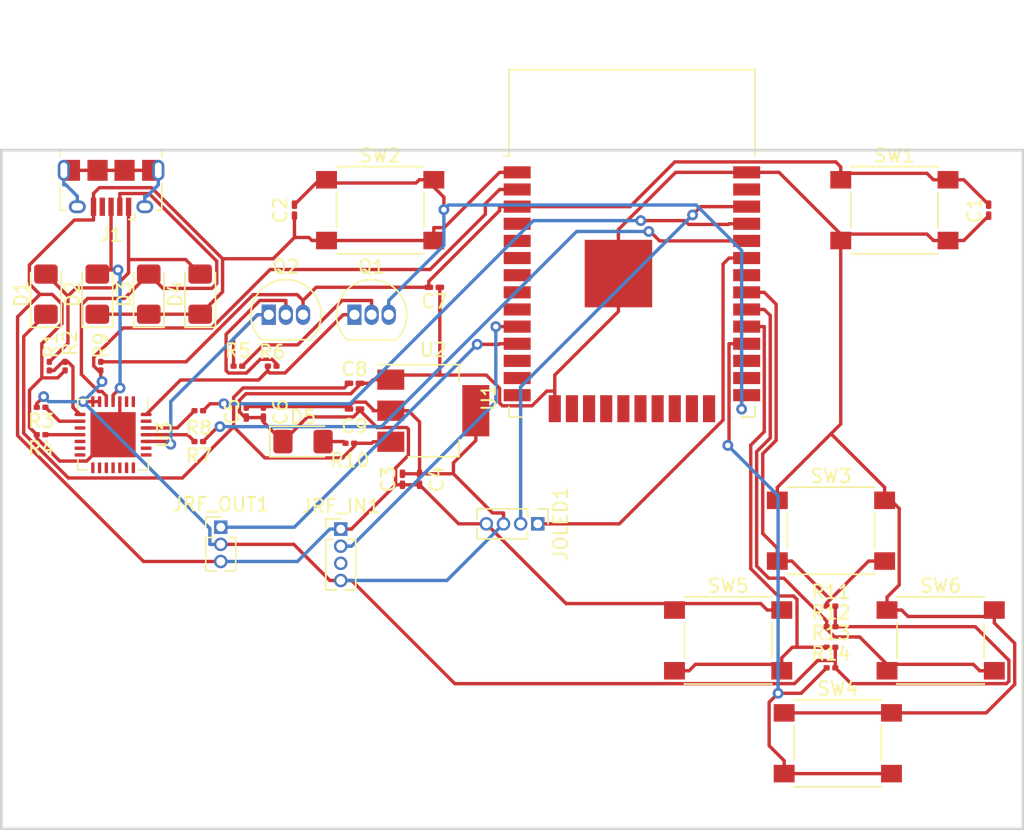
<source format=kicad_pcb>
(kicad_pcb (version 20211014) (generator pcbnew)
  (layers (0 "F.Cu" signal) (31 "B.Cu" signal) (34 "B.Paste" user) (35 "F.Paste" user) (36 "B.SilkS" user "B.Silkscreen") (37 "F.SilkS" user "F.Silkscreen") (38 "B.Mask" user) (39 "F.Mask" user) (44 "Edge.Cuts" user))
  (net 0 "")
  (net 1 "GND")
  (net 2 "EN")
  (net 9 "SCL")
  (net 10 "SDA")
  (net 21 "RF_In")
  (net 23 "RF_Out")
  (net 24 "Net-(Q1-Pad2)")
  (net 26 "Net-(Q2-Pad2)")
  (net 27 "B4")
  (net 29 "RX")
  (net 30 "TX")
  (net 31 "IO0")
  (net 32 "3V3")
  (net 33 "EXT_5V")
  (net 34 "VBUS")
  (net 35 "USB_DP")
  (net 36 "USB_DN")
  (net 37 "Net-(D5-Pad2)")
  (net 39 "unconnected-(J1-Pad6)")
  (net 40 "DTR")
  (net 41 "B3")
  (net 42 "RTS")
  (net 43 "B2")
  (net 44 "VbOut")
  (net 45 "Rst")
  (net 46 "Sus")
  (net 47 "RXD")
  (net 48 "TXD")
  (net 69 "B1")
  (footprint "Capacitor_SMD:C_0201_0603Metric_Pad0.64x0.40mm_HandSolder" (layer "F.Cu") (at 152.4 88.265 90)
    (fp_text reference "C1")
    (fp_text value "0.1uF" hide)
  )
  (footprint "Resistor_SMD:R_0201_0603Metric" (layer "F.Cu") (at 140.716 119.126)
    (fp_text reference "R12")
    (fp_text value "10K")
  )
  (footprint "Connector_PinHeader_1.27mm:PinHeader_1x03_P1.27mm_Vertical" (layer "F.Cu") (at 95.504 111.755)
    (fp_text reference "JRF_OUT1")
    (fp_text value "Transmitter")
  )
  (footprint "Capacitor_SMD:C_0201_0603Metric_Pad0.64x0.40mm_HandSolder" (layer "F.Cu") (at 108.966 108.204 90)
    (fp_text reference "C3")
    (fp_text value "4.7uF" hide)
  )
  (footprint "Diode_SMD:D_1206_3216Metric_Pad1.42x1.75mm_HandSolder" (layer "F.Cu") (at 90.17 94.488 90)
    (fp_text reference "D3")
    (fp_text value "LED" hide)
  )
  (footprint "Package_TO_SOT_THT:TO-92_Inline" (layer "F.Cu") (at 99.06 96.012)
    (fp_text reference "Q2")
    (fp_text value "S8050" hide)
  )
  (footprint "Resistor_SMD:R_0201_0603Metric" (layer "F.Cu") (at 96.774 99.822)
    (fp_text reference "R5")
    (fp_text value "10K" hide)
  )
  (footprint "Button_Switch_SMD:SW_Push_1P1T_NO_6x6mm_H9.5mm" (layer "F.Cu") (at 148.844 120.142)
    (fp_text reference "SW6")
    (fp_text value "SW_Right")
  )
  (footprint "Capacitor_SMD:C_0201_0603Metric_Pad0.64x0.40mm_HandSolder" (layer "F.Cu") (at 105.41 101.092)
    (fp_text reference "C8")
    (fp_text value "22uF" hide)
  )
  (footprint "Resistor_SMD:R_0201_0603Metric" (layer "F.Cu") (at 93.876 105.41 180)
    (fp_text reference "R7")
    (fp_text value "0" hide)
  )
  (footprint "Connector_PinHeader_1.27mm:PinHeader_1x04_P1.27mm_Vertical" (layer "F.Cu") (at 118.994 111.506 -90)
    (fp_text reference "JOLED1")
    (fp_text value "OLED")
  )
  (footprint "Button_Switch_SMD:SW_Push_1P1T_NO_6x6mm_H9.5mm" (layer "F.Cu") (at 133.096 120.142)
    (fp_text reference "SW5")
    (fp_text value "SW_Left")
  )
  (footprint "Diode_SMD:D_1206_3216Metric_Pad1.42x1.75mm_HandSolder" (layer "F.Cu") (at 93.98 94.488 90)
    (fp_text reference "D4")
    (fp_text value "LED" hide)
  )
  (footprint "Connector_PinHeader_1.27mm:PinHeader_1x04_P1.27mm_Vertical" (layer "F.Cu") (at 104.394 111.892)
    (fp_text reference "JRF_IN1")
    (fp_text value "Reciever")
  )
  (footprint "Capacitor_SMD:C_0201_0603Metric_Pad0.64x0.40mm_HandSolder" (layer "F.Cu") (at 98.6656 103.2245 90)
    (fp_text reference "C6")
    (fp_text value "0.1uF" hide)
  )
  (footprint "Connector_USB:USB_Micro-B_Amphenol_10118194_Horizontal" (layer "F.Cu") (at 87.376 86.614 180)
    (fp_text reference "J1")
    (fp_text value "USB_B_Micro")
  )
  (footprint "Resistor_SMD:R_0201_0603Metric" (layer "F.Cu") (at 105.065 105.537)
    (fp_text reference "R10")
    (fp_text value "2K" hide)
  )
  (footprint "Capacitor_SMD:C_0201_0603Metric_Pad0.64x0.40mm_HandSolder" (layer "F.Cu") (at 97.3956 103.2245 90)
    (fp_text reference "C5")
    (fp_text value "22uF" hide)
  )
  (footprint "Resistor_SMD:R_0201_0603Metric" (layer "F.Cu") (at 99.314 99.822)
    (fp_text reference "R6")
    (fp_text value "10K" hide)
  )
  (footprint "Button_Switch_SMD:SW_Push_1P1T_NO_6x6mm_H9.5mm" (layer "F.Cu") (at 145.415 88.265)
    (fp_text reference "SW1")
    (fp_text value "SW Boot Option" hide)
  )
  (footprint "Resistor_SMD:R_0201_0603Metric" (layer "F.Cu") (at 82.192 102.87)
    (fp_text reference "R3")
    (fp_text value "2K" hide)
  )
  (footprint "Resistor_SMD:R_0201_0603Metric" (layer "F.Cu") (at 86.614 99.822 -90)
    (fp_text reference "R9")
    (fp_text value "10K" hide)
  )
  (footprint "Resistor_SMD:R_0201_0603Metric" (layer "F.Cu") (at 140.716 122.174)
    (fp_text reference "R14")
    (fp_text value "10K")
  )
  (footprint "Resistor_SMD:R_0201_0603Metric" (layer "F.Cu") (at 93.876 103.124 180)
    (fp_text reference "R8")
    (fp_text value "0" hide)
  )
  (footprint "Capacitor_SMD:C_0201_0603Metric_Pad0.64x0.40mm_HandSolder" (layer "F.Cu") (at 105.41 102.997)
    (fp_text reference "C9")
    (fp_text value "22uF" hide)
  )
  (footprint "Resistor_SMD:R_0201_0603Metric" (layer "F.Cu") (at 82.804 99.822 -90)
    (fp_text reference "R1")
    (fp_text value "22.1K" hide)
  )
  (footprint "Package_TO_SOT_THT:TO-92_Inline" (layer "F.Cu") (at 105.41 96.012)
    (fp_text reference "Q1")
    (fp_text value "S8050" hide)
  )
  (footprint "Diode_SMD:D_1206_3216Metric_Pad1.42x1.75mm_HandSolder" (layer "F.Cu") (at 86.36 94.488 90)
    (fp_text reference "D2")
    (fp_text value "LED" hide)
  )
  (footprint "Button_Switch_SMD:SW_Push_1P1T_NO_6x6mm_H9.5mm" (layer "F.Cu") (at 141.224 127.762)
    (fp_text reference "SW4")
    (fp_text value "SW_Down")
  )
  (footprint "Diode_SMD:D_1206_3216Metric_Pad1.42x1.75mm_HandSolder" (layer "F.Cu") (at 101.6 105.41)
    (fp_text reference "D5")
    (fp_text value "LED" hide)
  )
  (footprint "RF_Module:ESP32-WROOM-32" (layer "F.Cu") (at 125.968 93.719)
    (fp_text reference "U1")
    (fp_text value "ESP32-WROOM-32")
  )
  (footprint "Resistor_SMD:R_0201_0603Metric" (layer "F.Cu") (at 83.97 99.822 -90)
    (fp_text reference "R2")
    (fp_text value "47.5K" hide)
  )
  (footprint "Resistor_SMD:R_0201_0603Metric" (layer "F.Cu") (at 140.716 117.602)
    (fp_text reference "R11")
    (fp_text value "10K")
  )
  (footprint "Button_Switch_SMD:SW_Push_1P1T_NO_6x6mm_H9.5mm" (layer "F.Cu") (at 107.315 88.265)
    (fp_text reference "SW2")
    (fp_text value "SW Boot Option" hide)
  )
  (footprint "Button_Switch_SMD:SW_Push_1P1T_NO_6x6mm_H9.5mm" (layer "F.Cu") (at 140.716 112.014)
    (fp_text reference "SW3")
    (fp_text value "SW_Up")
  )
  (footprint "Diode_SMD:D_1206_3216Metric_Pad1.42x1.75mm_HandSolder" (layer "F.Cu") (at 82.55 94.488 90)
    (fp_text reference "D1")
    (fp_text value "LED" hide)
  )
  (footprint "Capacitor_SMD:C_0201_0603Metric_Pad0.64x0.40mm_HandSolder" (layer "F.Cu") (at 111.3275 93.98 180)
    (fp_text reference "C7")
    (fp_text value "0.1uF" hide)
  )
  (footprint "Package_DFN_QFN:QFN-28-1EP_5x5mm_P0.5mm_EP3.35x3.35mm" (layer "F.Cu") (at 87.526 104.902 -90)
    (fp_text reference "U3")
    (fp_text value "CP2102N-Axx-xQFN28" hide)
  )
  (footprint "Capacitor_SMD:C_0201_0603Metric_Pad0.64x0.40mm_HandSolder" (layer "F.Cu") (at 110.236 108.204 90)
    (fp_text reference "C4")
    (fp_text value "0.1uF" hide)
  )
  (footprint "Resistor_SMD:R_0201_0603Metric" (layer "F.Cu") (at 82.192 104.902)
    (fp_text reference "R4")
    (fp_text value "10K" hide)
  )
  (footprint "Package_TO_SOT_SMD:SOT-223-3_TabPin2" (layer "F.Cu") (at 111.252 103.124)
    (fp_text reference "U2")
    (fp_text value "AMS1117-3.3" hide)
  )
  (footprint "Capacitor_SMD:C_0201_0603Metric_Pad0.64x0.40mm_HandSolder" (layer "F.Cu") (at 100.965 88.265 90)
    (fp_text reference "C2")
    (fp_text value "0.1uF" hide)
  )
  (footprint "Resistor_SMD:R_0201_0603Metric" (layer "F.Cu") (at 140.716 120.65)
    (fp_text reference "R13")
    (fp_text value "10K")
  )
  (gr_rect (start 79.248 83.82) (end 154.94 134.112) (layer "Edge.Cuts") (width 0.2) (fill none))
  (segment (start 107.0863 104.3686) (end 105.8175 103.0998) (width 0.25) (layer "F.Cu") (net 1))
  (segment (start 108.4602 108.6113) (end 108.4602 107.3692) (width 0.25) (layer "F.Cu") (net 1))
  (segment (start 88.026 104.402) (end 88.026 102.452) (width 0.25) (layer "F.Cu") (net 1))
  (segment (start 105.3316 103.5857) (end 101.9368 103.5857) (width 0.25) (layer "F.Cu") (net 1))
  (segment (start 121.0923 117.4143) (end 129.121 117.4143) (width 0.25) (layer "F.Cu") (net 1))
  (segment (start 98.6656 103.632) (end 98.6656 103.9631) (width 0.25) (layer "F.Cu") (net 1))
  (segment (start 109.4074 106.422) (end 109.4074 104.4969) (width 0.25) (layer "F.Cu") (net 1))
  (segment (start 136.8667 85.464) (end 134.468 85.464) (width 0.25) (layer "F.Cu") (net 1))
  (segment (start 111.735 100.4827) (end 111.735 93.98) (width 0.25) (layer "F.Cu") (net 1))
  (segment (start 152.819 117.892) (end 152.819 118.3696) (width 0.25) (layer "F.Cu") (net 1))
  (segment (start 105.8175 101.189) (end 105.8175 101.092) (width 0.25) (layer "F.Cu") (net 1))
  (segment (start 108.966 108.6115) (end 108.4604 108.6115) (width 0.25) (layer "F.Cu") (net 1))
  (segment (start 97.3177 103.632) (end 96.8885 103.2028) (width 0.25) (layer "F.Cu") (net 1))
  (segment (start 90.3754 86.6008) (end 86.5089 86.6008) (width 0.25) (layer "F.Cu") (net 1))
  (segment (start 96.8885 102.3536) (end 97.3748 101.8673) (width 0.25) (layer "F.Cu") (net 1))
  (segment (start 144.691 109.2863) (end 144.691 108.8087) (width 0.25) (layer "F.Cu") (net 1))
  (segment (start 149.39 90.515) (end 148.3097 90.515) (width 0.25) (layer "F.Cu") (net 1))
  (segment (start 107.4494 100.824) (end 106.7967 100.824) (width 0.25) (layer "F.Cu") (net 1))
  (segment (start 107.7845 100.824) (end 108.1258 100.4827) (width 0.25) (layer "F.Cu") (net 1))
  (segment (start 93.98 95.9755) (end 90.17 95.9755) (width 0.25) (layer "F.Cu") (net 1))
  (segment (start 81.3263 92.3233) (end 81.3263 93.7231) (width 0.25) (layer "F.Cu") (net 1))
  (segment (start 103.8802 90.515) (end 103.34 90.515) (width 0.25) (layer "F.Cu") (net 1))
  (segment (start 97.3956 103.632) (end 97.3177 103.632) (width 0.25) (layer "F.Cu") (net 1))
  (segment (start 134.468 85.464) (end 129.2049 85.464) (width 0.25) (layer "F.Cu") (net 1))
  (segment (start 80.4495 104.9631) (end 89.7814 114.295) (width 0.25) (layer "F.Cu") (net 1))
  (segment (start 124.968 92.964) (end 124.968 95.7693) (width 0.25) (layer "F.Cu") (net 1))
  (segment (start 144.691 108.8087) (end 140.716 104.8337) (width 0.25) (layer "F.Cu") (net 1))
  (segment (start 105.8175 103.0998) (end 105.3316 103.5857) (width 0.25) (layer "F.Cu") (net 1))
  (segment (start 95.6396 91.865) (end 99.3896 91.865) (width 0.25) (layer "F.Cu") (net 1))
  (segment (start 82.1104 94.5072) (end 83.0247 94.5072) (width 0.25) (layer "F.Cu") (net 1))
  (segment (start 141.44 90.515) (end 141.44 104.1097) (width 0.25) (layer "F.Cu") (net 1))
  (segment (start 86.076 88.014) (end 86.076 87.0337) (width 0.25) (layer "F.Cu") (net 1))
  (segment (start 90.17 95.9755) (end 86.36 95.9755) (width 0.25) (layer "F.Cu") (net 1))
  (segment (start 82.2476 98.1619) (end 82.2476 100.6927) (width 0.25) (layer "F.Cu") (net 1))
  (segment (start 152.4 88.6725) (end 150.5575 90.515) (width 0.25) (layer "F.Cu") (net 1))
  (segment (start 145.7714 116.0343) (end 144.869 116.9367) (width 0.25) (layer "F.Cu") (net 1))
  (segment (start 104.394 111.892) (end 105.1993 111.892) (width 0.25) (layer "F.Cu") (net 1))
  (segment (start 83.4193 100.6927) (end 83.97 100.142) (width 0.25) (layer "F.Cu") (net 1))
  (segment (start 124.968 95.7693) (end 120.253 100.4843) (width 0.25) (layer "F.Cu") (net 1))
  (segment (start 108.102 100.824) (end 107.7845 100.824) (width 0.25) (layer "F.Cu") (net 1))
  (segment (start 111.29 89.5597) (end 112.067 89.5597) (width 0.25) (layer "F.Cu") (net 1))
  (segment (start 119.6609 101.6687) (end 120.253 101.6687) (width 0.25) (layer "F.Cu") (net 1))
  (segment (start 107.4494 100.824) (end 107.467 100.824) (width 0.25) (layer "F.Cu") (net 1))
  (segment (start 145.199 125.512) (end 137.249 125.512) (width 0.25) (layer "F.Cu") (net 1))
  (segment (start 120.253 100.4843) (end 120.253 101.6687) (width 0.25) (layer "F.Cu") (net 1))
  (segment (start 129.121 117.4143) (end 135.513 117.4143) (width 0.25) (layer "F.Cu") (net 1))
  (segment (start 115.184 111.506) (end 121.0923 117.4143) (width 0.25) (layer "F.Cu") (net 1))
  (segment (start 102.0343 90.2896) (end 102.2597 90.515) (width 0.25) (layer "F.Cu") (net 1))
  (segment (start 96.8885 103.2028) (end 96.8885 102.3536) (width 0.25) (layer "F.Cu") (net 1))
  (segment (start 108.4604 108.6115) (end 105.1993 111.8726) (width 0.25) (layer "F.Cu") (net 1))
  (segment (start 111.29 90.515) (end 104.4203 90.515) (width 0.25) (layer "F.Cu") (net 1))
  (segment (start 105.1392 101.8673) (end 105.8175 101.189) (width 0.25) (layer "F.Cu") (net 1))
  (segment (start 150.5575 90.515) (end 149.39 90.515) (width 0.25) (layer "F.Cu") (net 1))
  (segment (start 129.2049 85.464) (end 124.968 89.7009) (width 0.25) (layer "F.Cu") (net 1))
  (segment (start 115.1736 100.4827) (end 116.1627 101.4718) (width 0.25) (layer "F.Cu") (net 1))
  (segment (start 97.3748 101.8673) (end 105.1392 101.8673) (width 0.25) (layer "F.Cu") (net 1))
  (segment (start 109.2791 104.3686) (end 107.0863 104.3686) (width 0.25) (layer "F.Cu") (net 1))
  (segment (start 83.7381 95.2206) (end 83.7381 96.6714) (width 0.25) (layer "F.Cu") (net 1))
  (segment (start 103.8802 90.515) (end 104.4203 90.515) (width 0.25) (layer "F.Cu") (net 1))
  (segment (start 81.3363 104.3663) (end 81.3363 101.604) (width 0.25) (layer "F.Cu") (net 1))
  (segment (start 141.44 90.0373) (end 136.8667 85.464) (width 0.25) (layer "F.Cu") (net 1))
  (segment (start 81.3263 93.7231) (end 82.1104 94.5072) (width 0.25) (layer "F.Cu") (net 1))
  (segment (start 140.716 104.8337) (end 136.741 108.8087) (width 0.25) (layer "F.Cu") (net 1))
  (segment (start 124.968 89.7009) (end 124.968 90.1587) (width 0.25) (layer "F.Cu") (net 1))
  (segment (start 97.3956 103.632) (end 98.6656 103.632) (width 0.25) (layer "F.Cu") (net 1))
  (segment (start 136.741 109.764) (end 136.741 108.8087) (width 0.25) (layer "F.Cu") (net 1))
  (segment (start 107.7845 100.824) (end 107.467 100.824) (width 0.25) (layer "F.Cu") (net 1))
  (segment (start 82.1104 94.5072) (end 80.4495 96.1681) (width 0.25) (layer "F.Cu") (net 1))
  (segment (start 89.7814 114.295) (end 95.504 114.295) (width 0.25) (layer "F.Cu") (net 1))
  (segment (start 108.4602 107.3692) (end 109.4074 106.422) (width 0.25) (layer "F.Cu") (net 1))
  (segment (start 152.819 118.8473) (end 154.3297 120.358) (width 0.25) (layer "F.Cu") (net 1))
  (segment (start 135.513 117.4143) (end 135.9907 117.892) (width 0.25) (layer "F.Cu") (net 1))
  (segment (start 86.076 88.014) (end 86.076 88.9943) (width 0.25) (layer "F.Cu") (net 1))
  (segment (start 83.7381 96.6714) (end 82.2476 98.1619) (width 0.25) (layer "F.Cu") (net 1))
  (segment (start 86.5089 86.6008) (end 86.076 87.0337) (width 0.25) (layer "F.Cu") (net 1))
  (segment (start 81.872 104.902) (end 81.3363 104.3663) (width 0.25) (layer "F.Cu") (net 1))
  (segment (start 106.5287 101.092) (end 106.7967 100.824) (width 0.25) (layer "F.Cu") (net 1))
  (segment (start 120.253 102.974) (end 120.253 101.6687) (width 0.25) (layer "F.Cu") (net 1))
  (segment (start 137.071 117.892) (end 135.9907 117.892) (width 0.25) (layer "F.Cu") (net 1))
  (segment (start 141.44 104.1097) (end 140.716 104.8337) (width 0.25) (layer "F.Cu") (net 1))
  (segment (start 87.526 104.902) (end 88.026 104.402) (width 0.25) (layer "F.Cu") (net 1))
  (segment (start 95.6396 91.865) (end 90.3754 86.6008) (width 0.25) (layer "F.Cu") (net 1))
  (segment (start 117.468 85.464) (end 116.1627 85.464) (width 0.25) (layer "F.Cu") (net 1))
  (segment (start 93.98 95.9755) (end 95.6396 94.3159) (width 0.25) (layer "F.Cu") (net 1))
  (segment (start 145.7714 110.3667) (end 145.7714 116.0343) (width 0.25) (layer "F.Cu") (net 1))
  (segment (start 83.0247 94.5072) (end 83.7381 95.2206) (width 0.25) (layer "F.Cu") (net 1))
  (segment (start 105.8175 103.0998) (end 105.8175 102.997) (width 0.25) (layer "F.Cu") (net 1))
  (segment (start 111.29 90.515) (end 111.29 89.5597) (width 0.25) (layer "F.Cu") (net 1))
  (segment (start 81.3363 101.604) (end 82.2476 100.6927) (width 0.25) (layer "F.Cu") (net 1))
  (segment (start 116.3745 102.7622) (end 118.5674 102.7622) (width 0.25) (layer "F.Cu") (net 1))
  (segment (start 85.5725 106.8555) (end 87.526 104.902) (width 0.25) (layer "F.Cu") (net 1))
  (segment (start 146.4269 118.3696) (end 145.9493 117.892) (width 0.25) (layer "F.Cu") (net 1))
  (segment (start 108.966 108.6115) (end 110.236 108.6115) (width 0.25) (layer "F.Cu") (net 1))
  (segment (start 86.076 88.9943) (end 84.6553 88.9943) (width 0.25) (layer "F.Cu") (net 1))
  (segment (start 95.6396 94.3159) (end 95.6396 91.865) (width 0.25) (layer "F.Cu") (net 1))
  (segment (start 108.1258 100.4827) (end 111.735 100.4827) (width 0.25) (layer "F.Cu") (net 1))
  (segment (start 100.965 88.6725) (end 100.965 90.2896) (width 0.25) (layer "F.Cu") (net 1))
  (segment (start 112.067 89.5597) (end 116.1627 85.464) (width 0.25) (layer "F.Cu") (net 1))
  (segment (start 154.3297 123.4001) (end 152.2178 125.512) (width 0.25) (layer "F.Cu") (net 1))
  (segment (start 116.1627 102.5504) (end 116.3745 102.7622) (width 0.25) (layer "F.Cu") (net 1))
  (segment (start 101.9368 103.5857) (end 100.1125 105.41) (width 0.25) (layer "F.Cu") (net 1))
  (segment (start 98.6656 103.9631) (end 100.1125 105.41) (width 0.25) (layer "F.Cu") (net 1))
  (segment (start 84.6553 88.9943) (end 81.3263 92.3233) (width 0.25) (layer "F.Cu") (net 1))
  (segment (start 81.872 104.902) (end 81.872 105.1501) (width 0.25) (layer "F.Cu") (net 1))
  (segment (start 111.735 100.4827) (end 115.1736 100.4827) (width 0.25) (layer "F.Cu") (net 1))
  (segment (start 100.965 90.2896) (end 102.0343 90.2896) (width 0.25) (layer "F.Cu") (net 1))
  (segment (start 109.4074 104.4969) (end 109.2791 104.3686) (width 0.25) (layer "F.Cu") (net 1))
  (segment (start 144.869 117.892) (end 144.869 116.9367) (width 0.25) (layer "F.Cu") (net 1))
  (segment (start 83.5774 106.8555) (end 85.5725 106.8555) (width 0.25) (layer "F.Cu") (net 1))
  (segment (start 154.3297 120.358) (end 154.3297 123.4001) (width 0.25) (layer "F.Cu") (net 1))
  (segment (start 105.1993 111.8726) (end 105.1993 111.892) (width 0.25) (layer "F.Cu") (net 1))
  (segment (start 105.8175 101.092) (end 106.5287 101.092) (width 0.25) (layer "F.Cu") (net 1))
  (segment (start 116.1627 101.4718) (end 116.1627 102.5504) (width 0.25) (layer "F.Cu") (net 1))
  (segment (start 144.691 109.2863) (end 145.7714 110.3667) (width 0.25) (layer "F.Cu") (net 1))
  (segment (start 110.236 108.6115) (end 113.1305 111.506) (width 0.25) (layer "F.Cu") (net 1))
  (segment (start 152.819 118.3696) (end 146.4269 118.3696) (width 0.25) (layer "F.Cu") (net 1))
  (segment (start 103.34 90.515) (end 102.2597 90.515) (width 0.25) (layer "F.Cu") (net 1))
  (segment (start 82.2476 100.6927) (end 83.4193 100.6927) (width 0.25) (layer "F.Cu") (net 1))
  (segment (start 99.3896 91.865) (end 100.965 90.2896) (width 0.25) (layer "F.Cu") (net 1))
  (segment (start 108.4604 108.6115) (end 108.4602 108.6113) (width 0.25) (layer "F.Cu") (net 1))
  (segment (start 129.121 117.892) (end 129.121 117.4143) (width 0.25) (layer "F.Cu") (net 1))
  (segment (start 144.691 109.764) (end 144.691 109.2863) (width 0.25) (layer "F.Cu") (net 1))
  (segment (start 144.869 117.892) (end 145.9493 117.892) (width 0.25) (layer "F.Cu") (net 1))
  (segment (start 113.1305 111.506) (end 115.184 111.506) (width 0.25) (layer "F.Cu") (net 1))
  (segment (start 81.872 105.1501) (end 83.5774 106.8555) (width 0.25) (layer "F.Cu") (net 1))
  (segment (start 141.44 90.515) (end 141.44 90.0373) (width 0.25) (layer "F.Cu") (net 1))
  (segment (start 80.4495 96.1681) (end 80.4495 104.9631) (width 0.25) (layer "F.Cu") (net 1))
  (segment (start 147.832 90.0373) (end 148.3097 90.515) (width 0.25) (layer "F.Cu") (net 1))
  (segment (start 141.44 90.0373) (end 147.832 90.0373) (width 0.25) (layer "F.Cu") (net 1))
  (segment (start 118.5674 102.7622) (end 119.6609 101.6687) (width 0.25) (layer "F.Cu") (net 1))
  (segment (start 152.819 118.3696) (end 152.819 118.8473) (width 0.25) (layer "F.Cu") (net 1))
  (segment (start 124.968 92.964) (end 124.968 90.1587) (width 0.25) (layer "F.Cu") (net 1))
  (segment (start 152.2178 125.512) (end 145.199 125.512) (width 0.25) (layer "F.Cu") (net 1))
  (segment (start 101.1857 114.295) (end 95.504 114.295) (width 0.25) (layer "B.Cu") (net 1))
  (segment (start 104.394 111.892) (end 103.5887 111.892) (width 0.25) (layer "B.Cu") (net 1))
  (segment (start 103.5887 111.892) (end 101.1857 114.295) (width 0.25) (layer "B.Cu") (net 1))
  (segment (start 141.44 85.5373) (end 141.44 85.0597) (width 0.25) (layer "F.Cu") (net 2))
  (segment (start 117.468 88.004) (end 116.1627 88.004) (width 0.25) (layer "F.Cu") (net 2))
  (segment (start 150.5575 86.015) (end 152.4 87.8575) (width 0.25) (layer "F.Cu") (net 2))
  (segment (start 110.92 93.98) (end 110.92 93.5373) (width 0.25) (layer "F.Cu") (net 2))
  (segment (start 116.1627 88.2946) (end 116.1627 88.004) (width 0.25) (layer "F.Cu") (net 2))
  (segment (start 86.614 99.502) (end 92.9363 99.502) (width 0.25) (layer "F.Cu") (net 2))
  (segment (start 102.5767 93.98) (end 101.6 94.9567) (width 0.25) (layer "F.Cu") (net 2))
  (segment (start 149.39 86.015) (end 148.3097 86.015) (width 0.25) (layer "F.Cu") (net 2))
  (segment (start 117.468 88.004) (end 125.8332 88.004) (width 0.25) (layer "F.Cu") (net 2))
  (segment (start 147.832 85.5373) (end 148.3097 86.015) (width 0.25) (layer "F.Cu") (net 2))
  (segment (start 141.44 86.015) (end 141.44 85.5373) (width 0.25) (layer "F.Cu") (net 2))
  (segment (start 149.39 86.015) (end 150.5575 86.015) (width 0.25) (layer "F.Cu") (net 2))
  (segment (start 101.1696 94.5263) (end 101.6 94.9567) (width 0.25) (layer "F.Cu") (net 2))
  (segment (start 129.1471 84.6901) (end 141.0704 84.6901) (width 0.25) (layer "F.Cu") (net 2))
  (segment (start 101.6 96.012) (end 101.6 94.9567) (width 0.25) (layer "F.Cu") (net 2))
  (segment (start 110.92 93.98) (end 102.5767 93.98) (width 0.25) (layer "F.Cu") (net 2))
  (segment (start 97.912 94.5263) (end 101.1696 94.5263) (width 0.25) (layer "F.Cu") (net 2))
  (segment (start 141.0704 84.6901) (end 141.44 85.0597) (width 0.25) (layer "F.Cu") (net 2))
  (segment (start 110.92 93.5373) (end 116.1627 88.2946) (width 0.25) (layer "F.Cu") (net 2))
  (segment (start 125.8332 88.004) (end 129.1471 84.6901) (width 0.25) (layer "F.Cu") (net 2))
  (segment (start 92.9363 99.502) (end 97.912 94.5263) (width 0.25) (layer "F.Cu") (net 2))
  (segment (start 141.44 85.5373) (end 147.832 85.5373) (width 0.25) (layer "F.Cu") (net 2))
  (segment (start 134.468 88.004) (end 131.0761 88.004) (width 0.25) (layer "F.Cu") (net 9))
  (segment (start 131.0761 88.004) (end 130.4627 88.6174) (width 0.25) (layer "F.Cu") (net 9))
  (via (at 130.4627 88.6174) (size 0.8) (drill 0.4) (layers "F.Cu" "B.Cu") (net 9))
  (segment (start 130.4627 88.6174) (end 117.724 101.3561) (width 0.25) (layer "B.Cu") (net 9))
  (segment (start 117.724 101.3561) (end 117.724 111.506) (width 0.25) (layer "B.Cu") (net 9))
  (segment (start 132.7204 92.2563) (end 132.7204 103.8185) (width 0.25) (layer "F.Cu") (net 10))
  (segment (start 134.468 91.814) (end 133.1627 91.814) (width 0.25) (layer "F.Cu") (net 10))
  (segment (start 125.0329 111.506) (end 118.994 111.506) (width 0.25) (layer "F.Cu") (net 10))
  (segment (start 133.1627 91.814) (end 132.7204 92.2563) (width 0.25) (layer "F.Cu") (net 10))
  (segment (start 132.7204 103.8185) (end 125.0329 111.506) (width 0.25) (layer "F.Cu") (net 10))
  (segment (start 116.1627 96.894) (end 115.8846 96.894) (width 0.25) (layer "F.Cu") (net 21))
  (segment (start 117.468 96.894) (end 116.1627 96.894) (width 0.25) (layer "F.Cu") (net 21))
  (via (at 115.8846 96.894) (size 0.8) (drill 0.4) (layers "F.Cu" "B.Cu") (net 21))
  (segment (start 105.1993 113.162) (end 115.8846 102.4767) (width 0.25) (layer "B.Cu") (net 21))
  (segment (start 104.394 113.162) (end 105.1993 113.162) (width 0.25) (layer "B.Cu") (net 21))
  (segment (start 115.8846 102.4767) (end 115.8846 96.894) (width 0.25) (layer "B.Cu") (net 21))
  (segment (start 116.1627 98.164) (end 116.1181 98.2086) (width 0.25) (layer "F.Cu") (net 23))
  (segment (start 117.468 98.164) (end 116.1627 98.164) (width 0.25) (layer "F.Cu") (net 23))
  (segment (start 116.1181 98.2086) (end 114.5058 98.2086) (width 0.25) (layer "F.Cu") (net 23))
  (via (at 114.5058 98.2086) (size 0.8) (drill 0.4) (layers "F.Cu" "B.Cu") (net 23))
  (segment (start 95.504 111.755) (end 96.3093 111.755) (width 0.25) (layer "B.Cu") (net 23))
  (segment (start 100.9594 111.755) (end 114.5058 98.2086) (width 0.25) (layer "B.Cu") (net 23))
  (segment (start 96.3093 111.755) (end 100.9594 111.755) (width 0.25) (layer "B.Cu") (net 23))
  (segment (start 106.68 96.012) (end 106.68 94.9567) (width 0.25) (layer "F.Cu") (net 24))
  (segment (start 98.6684 98.2476) (end 97.094 99.822) (width 0.25) (layer "F.Cu") (net 24))
  (segment (start 104.4922 94.9567) (end 101.2013 98.2476) (width 0.25) (layer "F.Cu") (net 24))
  (segment (start 106.68 94.9567) (end 104.4922 94.9567) (width 0.25) (layer "F.Cu") (net 24))
  (segment (start 101.2013 98.2476) (end 98.6684 98.2476) (width 0.25) (layer "F.Cu") (net 24))
  (segment (start 96.0866 100.3332) (end 95.8996 100.1462) (width 0.25) (layer "F.Cu") (net 26))
  (segment (start 99.634 99.6445) (end 99.3057 99.3162) (width 0.25) (layer "F.Cu") (net 26))
  (segment (start 97.4091 100.3332) (end 96.0866 100.3332) (width 0.25) (layer "F.Cu") (net 26))
  (segment (start 95.8996 100.1462) (end 95.8996 97.4618) (width 0.25) (layer "F.Cu") (net 26))
  (segment (start 100.33 96.012) (end 100.33 94.9567) (width 0.25) (layer "F.Cu") (net 26))
  (segment (start 98.4047 94.9567) (end 100.33 94.9567) (width 0.25) (layer "F.Cu") (net 26))
  (segment (start 99.634 99.822) (end 99.634 99.6445) (width 0.25) (layer "F.Cu") (net 26))
  (segment (start 99.3057 99.3162) (end 98.4261 99.3162) (width 0.25) (layer "F.Cu") (net 26))
  (segment (start 98.4261 99.3162) (end 97.4091 100.3332) (width 0.25) (layer "F.Cu") (net 26))
  (segment (start 95.8996 97.4618) (end 98.4047 94.9567) (width 0.25) (layer "F.Cu") (net 26))
  (segment (start 136.799 124.0596) (end 138.5104 124.0596) (width 0.25) (layer "F.Cu") (net 27))
  (segment (start 136.1352 127.9429) (end 136.1352 124.7234) (width 0.25) (layer "F.Cu") (net 27))
  (segment (start 133.1627 98.164) (end 133.1627 105.6064) (width 0.25) (layer "F.Cu") (net 27))
  (segment (start 136.1352 124.7234) (end 136.799 124.0596) (width 0.25) (layer "F.Cu") (net 27))
  (segment (start 137.249 130.012) (end 144.1187 130.012) (width 0.25) (layer "F.Cu") (net 27))
  (segment (start 138.5104 124.0596) (end 140.396 122.174) (width 0.25) (layer "F.Cu") (net 27))
  (segment (start 145.199 130.012) (end 144.1187 130.012) (width 0.25) (layer "F.Cu") (net 27))
  (segment (start 137.249 129.0567) (end 136.1352 127.9429) (width 0.25) (layer "F.Cu") (net 27))
  (segment (start 134.468 98.164) (end 133.1627 98.164) (width 0.25) (layer "F.Cu") (net 27))
  (segment (start 133.1627 105.6064) (end 133.0732 105.6959) (width 0.25) (layer "F.Cu") (net 27))
  (segment (start 137.249 130.012) (end 137.249 129.0567) (width 0.25) (layer "F.Cu") (net 27))
  (via (at 136.799 124.0596) (size 0.8) (drill 0.4) (layers "F.Cu" "B.Cu") (net 27))
  (via (at 133.0732 105.6959) (size 0.8) (drill 0.4) (layers "F.Cu" "B.Cu") (net 27))
  (segment (start 133.0732 105.6959) (end 136.799 109.4217) (width 0.25) (layer "B.Cu") (net 27))
  (segment (start 136.799 109.4217) (end 136.799 124.0596) (width 0.25) (layer "B.Cu") (net 27))
  (segment (start 134.468 90.544) (end 128.0227 90.544) (width 0.25) (layer "F.Cu") (net 29))
  (segment (start 94.196 105.41) (end 95.3002 104.3058) (width 0.25) (layer "F.Cu") (net 29))
  (segment (start 128.0227 90.544) (end 127.3242 89.8455) (width 0.25) (layer "F.Cu") (net 29))
  (segment (start 127.3242 89.8455) (end 127.2171 89.8455) (width 0.25) (layer "F.Cu") (net 29))
  (segment (start 95.3002 104.3058) (end 95.4402 104.3058) (width 0.25) (layer "F.Cu") (net 29))
  (via (at 95.4402 104.3058) (size 0.8) (drill 0.4) (layers "F.Cu" "B.Cu") (net 29))
  (via (at 127.2171 89.8455) (size 0.8) (drill 0.4) (layers "F.Cu" "B.Cu") (net 29))
  (segment (start 107.4086 104.3058) (end 121.8689 89.8455) (width 0.25) (layer "B.Cu") (net 29))
  (segment (start 95.4402 104.3058) (end 107.4086 104.3058) (width 0.25) (layer "B.Cu") (net 29))
  (segment (start 121.8689 89.8455) (end 127.2171 89.8455) (width 0.25) (layer "B.Cu") (net 29))
  (segment (start 129.8891 89.0412) (end 130.1706 89.3227) (width 0.25) (layer "F.Cu") (net 30))
  (segment (start 133.114 89.3227) (end 133.1627 89.274) (width 0.25) (layer "F.Cu") (net 30))
  (segment (start 95.7294 102.6108) (end 94.7092 102.6108) (width 0.25) (layer "F.Cu") (net 30))
  (segment (start 134.468 89.274) (end 133.1627 89.274) (width 0.25) (layer "F.Cu") (net 30))
  (segment (start 126.6251 89.0412) (end 129.8891 89.0412) (width 0.25) (layer "F.Cu") (net 30))
  (segment (start 94.7092 102.6108) (end 94.196 103.124) (width 0.25) (layer "F.Cu") (net 30))
  (segment (start 130.1706 89.3227) (end 133.114 89.3227) (width 0.25) (layer "F.Cu") (net 30))
  (via (at 126.6251 89.0412) (size 0.8) (drill 0.4) (layers "F.Cu" "B.Cu") (net 30))
  (via (at 95.7294 102.6108) (size 0.8) (drill 0.4) (layers "F.Cu" "B.Cu") (net 30))
  (segment (start 105.0911 102.6108) (end 118.6607 89.0412) (width 0.25) (layer "B.Cu") (net 30))
  (segment (start 95.7294 102.6108) (end 105.0911 102.6108) (width 0.25) (layer "B.Cu") (net 30))
  (segment (start 118.6607 89.0412) (end 126.6251 89.0412) (width 0.25) (layer "B.Cu") (net 30))
  (segment (start 134.0974 103.0051) (end 134.0974 102.3446) (width 0.25) (layer "F.Cu") (net 31))
  (segment (start 103.34 86.2538) (end 109.9709 86.2538) (width 0.25) (layer "F.Cu") (net 31))
  (segment (start 110.7499 86.015) (end 112.0352 87.3003) (width 0.25) (layer "F.Cu") (net 31))
  (segment (start 110.7499 86.015) (end 110.2097 86.015) (width 0.25) (layer "F.Cu") (net 31))
  (segment (start 103.34 86.015) (end 103.34 86.2538) (width 0.25) (layer "F.Cu") (net 31))
  (segment (start 102.5687 86.2538) (end 103.34 86.2538) (width 0.25) (layer "F.Cu") (net 31))
  (segment (start 112.0352 87.3003) (end 112.0352 88.2242) (width 0.25) (layer "F.Cu") (net 31))
  (segment (start 109.9709 86.2538) (end 110.2097 86.015) (width 0.25) (layer "F.Cu") (net 31))
  (segment (start 100.965 87.8575) (end 102.5687 86.2538) (width 0.25) (layer "F.Cu") (net 31))
  (segment (start 111.29 86.015) (end 110.7499 86.015) (width 0.25) (layer "F.Cu") (net 31))
  (segment (start 134.0974 102.3446) (end 134.468 101.974) (width 0.25) (layer "F.Cu") (net 31))
  (via (at 112.0352 88.2242) (size 0.8) (drill 0.4) (layers "F.Cu" "B.Cu") (net 31))
  (via (at 134.0974 103.0051) (size 0.8) (drill 0.4) (layers "F.Cu" "B.Cu") (net 31))
  (segment (start 107.95 94.9567) (end 112.0352 90.8715) (width 0.25) (layer "B.Cu") (net 31))
  (segment (start 107.95 96.012) (end 107.95 94.9567) (width 0.25) (layer "B.Cu") (net 31))
  (segment (start 112.0352 90.8715) (end 112.0352 88.2242) (width 0.25) (layer "B.Cu") (net 31))
  (segment (start 130.726 87.8832) (end 112.3762 87.8832) (width 0.25) (layer "B.Cu") (net 31))
  (segment (start 134.0974 103.0051) (end 134.0974 91.2546) (width 0.25) (layer "B.Cu") (net 31))
  (segment (start 112.3762 87.8832) (end 112.0352 88.2242) (width 0.25) (layer "B.Cu") (net 31))
  (segment (start 134.0974 91.2546) (end 130.726 87.8832) (width 0.25) (layer "B.Cu") (net 31))
  (segment (start 104.394 115.702) (end 103.5887 115.702) (width 0.25) (layer "F.Cu") (net 32))
  (segment (start 138.0129 123.3474) (end 139.7277 121.6326) (width 0.25) (layer "F.Cu") (net 32))
  (segment (start 106.7967 103.124) (end 106.7967 103.0443) (width 0.25) (layer "F.Cu") (net 32))
  (segment (start 106.7967 103.0443) (end 106.2394 102.487) (width 0.25) (layer "F.Cu") (net 32))
  (segment (start 115.1078 88.5681) (end 115.1078 87.7889) (width 0.25) (layer "F.Cu") (net 32))
  (segment (start 81.872 102.5896) (end 81.872 102.87) (width 0.25) (layer "F.Cu") (net 32))
  (segment (start 153.7204 123.3473) (end 153.8993 123.1684) (width 0.25) (layer "F.Cu") (net 32))
  (segment (start 106.2394 102.487) (end 105.3325 102.487) (width 0.25) (layer "F.Cu") (net 32))
  (segment (start 88.2618 96.9943) (end 94.8352 96.9943) (width 0.25) (layer "F.Cu") (net 32))
  (segment (start 86.7087 100.9658) (end 86.614 100.8711) (width 0.25) (layer "F.Cu") (net 32))
  (segment (start 110.236 107.7965) (end 110.236 103.9527) (width 0.25) (layer "F.Cu") (net 32))
  (segment (start 110.236 103.9527) (end 109.4073 103.124) (width 0.25) (layer "F.Cu") (net 32))
  (segment (start 117.468 86.734) (end 116.1627 86.734) (width 0.25) (layer "F.Cu") (net 32))
  (segment (start 97.3956 102.817) (end 98.6656 102.817) (width 0.25) (layer "F.Cu") (net 32))
  (segment (start 86.614 100.142) (end 86.4318 100.142) (width 0.25) (layer "F.Cu") (net 32))
  (segment (start 111.0137 92.6622) (end 115.1078 88.5681) (width 0.25) (layer "F.Cu") (net 32))
  (segment (start 115.6487 110.7007) (end 116.454 110.7007) (width 0.25) (layer "F.Cu") (net 32))
  (segment (start 105.1993 115.702) (end 112.8447 123.3474) (width 0.25) (layer "F.Cu") (net 32))
  (segment (start 153.8993 121.6156) (end 151.4097 119.126) (width 0.25) (layer "F.Cu") (net 32))
  (segment (start 141.036 119.126) (end 141.036 117.602) (width 0.25) (layer "F.Cu") (net 32))
  (segment (start 141.036 121.6326) (end 141.036 122.174) (width 0.25) (layer "F.Cu") (net 32))
  (segment (start 110.236 107.7965) (end 112.7445 107.7965) (width 0.25) (layer "F.Cu") (net 32))
  (segment (start 139.7277 121.6326) (end 141.036 121.6326) (width 0.25) (layer "F.Cu") (net 32))
  (segment (start 142.2093 123.3473) (end 153.7204 123.3473) (width 0.25) (layer "F.Cu") (net 32))
  (segment (start 112.8447 123.3474) (end 138.0129 123.3474) (width 0.25) (layer "F.Cu") (net 32))
  (segment (start 86.0909 99.1652) (end 88.2618 96.9943) (width 0.25) (layer "F.Cu") (net 32))
  (segment (start 115.1078 87.7889) (end 116.1627 86.734) (width 0.25) (layer "F.Cu") (net 32))
  (segment (start 82.3817 102.0799) (end 81.872 102.5896) (width 0.25) (layer "F.Cu") (net 32))
  (segment (start 112.7445 107.7965) (end 115.6487 110.7007) (width 0.25) (layer "F.Cu") (net 32))
  (segment (start 116.454 111.506) (end 116.454 110.7007) (width 0.25) (layer "F.Cu") (net 32))
  (segment (start 151.4097 119.126) (end 141.036 119.126) (width 0.25) (layer "F.Cu") (net 32))
  (segment (start 105.0025 102.817) (end 98.6656 102.817) (width 0.25) (layer "F.Cu") (net 32))
  (segment (start 105.0025 102.817) (end 105.0025 102.997) (width 0.25) (layer "F.Cu") (net 32))
  (segment (start 103.5887 115.702) (end 100.9117 113.025) (width 0.25) (layer "F.Cu") (net 32))
  (segment (start 86.026 102.452) (end 85.3022 102.452) (width 0.25) (layer "F.Cu") (net 32))
  (segment (start 86.0909 99.8011) (end 86.0909 99.1652) (width 0.25) (layer "F.Cu") (net 32))
  (segment (start 108.966 107.7965) (end 110.236 107.7965) (width 0.25) (layer "F.Cu") (net 32))
  (segment (start 141.036 122.174) (end 142.2093 123.3473) (width 0.25) (layer "F.Cu") (net 32))
  (segment (start 114.402 103.124) (end 114.402 105.3293) (width 0.25) (layer "F.Cu") (net 32))
  (segment (start 153.8993 123.1684) (end 153.8993 121.6156) (width 0.25) (layer "F.Cu") (net 32))
  (segment (start 86.026 102.452) (end 86.526 102.452) (width 0.25) (layer "F.Cu") (net 32))
  (segment (start 99.1673 92.6622) (end 111.0137 92.6622) (width 0.25) (layer "F.Cu") (net 32))
  (segment (start 105.3325 102.487) (end 105.0025 102.817) (width 0.25) (layer "F.Cu") (net 32))
  (segment (start 86.614 100.8711) (end 86.614 100.142) (width 0.25) (layer "F.Cu") (net 32))
  (segment (start 141.036 120.65) (end 141.036 121.6326) (width 0.25) (layer "F.Cu") (net 32))
  (segment (start 100.9117 113.025) (end 95.504 113.025) (width 0.25) (layer "F.Cu") (net 32))
  (segment (start 104.394 115.702) (end 105.1993 115.702) (width 0.25) (layer "F.Cu") (net 32))
  (segment (start 108.102 103.124) (end 106.7967 103.124) (width 0.25) (layer "F.Cu") (net 32))
  (segment (start 112.7445 107.7965) (end 112.7445 106.9868) (width 0.25) (layer "F.Cu") (net 32))
  (segment (start 94.8352 96.9943) (end 99.1673 92.6622) (width 0.25) (layer "F.Cu") (net 32))
  (segment (start 108.102 103.124) (end 109.4073 103.124) (width 0.25) (layer "F.Cu") (net 32))
  (segment (start 86.4318 100.142) (end 86.0909 99.8011) (width 0.25) (layer "F.Cu") (net 32))
  (segment (start 112.7445 106.9868) (end 114.402 105.3293) (width 0.25) (layer "F.Cu") (net 32))
  (via (at 85.3022 102.452) (size 0.8) (drill 0.4) (layers "F.Cu" "B.Cu") (net 32))
  (via (at 86.7087 100.9658) (size 0.8) (drill 0.4) (layers "F.Cu" "B.Cu") (net 32))
  (via (at 82.3817 102.0799) (size 0.8) (drill 0.4) (layers "F.Cu" "B.Cu") (net 32))
  (segment (start 104.394 115.702) (end 112.258 115.702) (width 0.25) (layer "B.Cu") (net 32))
  (segment (start 95.504 113.025) (end 94.6987 113.025) (width 0.25) (layer "B.Cu") (net 32))
  (segment (start 85.3022 102.452) (end 82.7538 102.452) (width 0.25) (layer "B.Cu") (net 32))
  (segment (start 94.6987 111.8485) (end 85.3022 102.452) (width 0.25) (layer "B.Cu") (net 32))
  (segment (start 82.7538 102.452) (end 82.3817 102.0799) (width 0.25) (layer "B.Cu") (net 32))
  (segment (start 94.6987 113.025) (end 94.6987 111.8485) (width 0.25) (layer "B.Cu") (net 32))
  (segment (start 112.258 115.702) (end 116.454 111.506) (width 0.25) (layer "B.Cu") (net 32))
  (segment (start 85.3022 102.452) (end 86.7087 101.0455) (width 0.25) (layer "B.Cu") (net 32))
  (segment (start 86.7087 101.0455) (end 86.7087 100.9658) (width 0.25) (layer "B.Cu") (net 32))
  (segment (start 105.385 105.537) (end 105.385 105.7663) (width 0.25) (layer "F.Cu") (net 33))
  (segment (start 105.385 105.537) (end 106.6837 105.537) (width 0.25) (layer "F.Cu") (net 33))
  (segment (start 105.385 105.7663) (end 104.5295 106.6218) (width 0.25) (layer "F.Cu") (net 33))
  (segment (start 96.4581 104.3089) (end 96.4581 102.1335) (width 0.25) (layer "F.Cu") (net 33))
  (segment (start 96.4581 104.3089) (end 92.6584 108.1086) (width 0.25) (layer "F.Cu") (net 33))
  (segment (start 84.2142 108.1086) (end 80.9057 104.8001) (width 0.25) (layer "F.Cu") (net 33))
  (segment (start 96.4581 102.1335) (end 97.1547 101.4369) (width 0.25) (layer "F.Cu") (net 33))
  (segment (start 98.771 106.6218) (end 96.4581 104.3089) (width 0.25) (layer "F.Cu") (net 33))
  (segment (start 80.9057 104.8001) (end 80.9057 97.6198) (width 0.25) (layer "F.Cu") (net 33))
  (segment (start 104.5295 106.6218) (end 98.771 106.6218) (width 0.25) (layer "F.Cu") (net 33))
  (segment (start 106.6837 105.537) (end 106.7967 105.424) (width 0.25) (layer "F.Cu") (net 33))
  (segment (start 97.1547 101.4369) (end 104.6576 101.4369) (width 0.25) (layer "F.Cu") (net 33))
  (segment (start 108.102 105.424) (end 106.7967 105.424) (width 0.25) (layer "F.Cu") (net 33))
  (segment (start 92.6584 108.1086) (end 84.2142 108.1086) (width 0.25) (layer "F.Cu") (net 33))
  (segment (start 104.6576 101.4369) (end 105.0025 101.092) (width 0.25) (layer "F.Cu") (net 33))
  (segment (start 80.9057 97.6198) (end 82.55 95.9755) (width 0.25) (layer "F.Cu") (net 33))
  (segment (start 92.9049 91.9254) (end 93.98 93.0005) (width 0.25) (layer "F.Cu") (net 34))
  (segment (start 84.7897 94.0232) (end 84.1812 94.6317) (width 0.25) (layer "F.Cu") (net 34))
  (segment (start 88.676 92.9192) (end 87.572 94.0232) (width 0.25) (layer "F.Cu") (net 34))
  (segment (start 84.1812 94.6317) (end 84.1812 98.1248) (width 0.25) (layer "F.Cu") (net 34))
  (segment (start 88.676 88.014) (end 88.676 88.9943) (width 0.25) (layer "F.Cu") (net 34))
  (segment (start 84.1812 98.1248) (end 82.804 99.502) (width 0.25) (layer "F.Cu") (net 34))
  (segment (start 88.676 91.9254) (end 92.9049 91.9254) (width 0.25) (layer "F.Cu") (net 34))
  (segment (start 87.572 94.0232) (end 84.7897 94.0232) (width 0.25) (layer "F.Cu") (net 34))
  (segment (start 88.676 91.9254) (end 88.676 92.9192) (width 0.25) (layer "F.Cu") (net 34))
  (segment (start 82.55 93.0005) (end 84.1812 94.6317) (width 0.25) (layer "F.Cu") (net 34))
  (segment (start 88.676 88.9943) (end 88.676 91.9254) (width 0.25) (layer "F.Cu") (net 34))
  (segment (start 87.376 92.6931) (end 87.376 88.014) (width 0.25) (layer "F.Cu") (net 35))
  (segment (start 86.6674 92.6931) (end 86.36 93.0005) (width 0.25) (layer "F.Cu") (net 35))
  (segment (start 87.526 101.9646) (end 88.0449 101.4457) (width 0.25) (layer "F.Cu") (net 35))
  (segment (start 87.376 92.6931) (end 86.6674 92.6931) (width 0.25) (layer "F.Cu") (net 35))
  (segment (start 87.526 102.452) (end 87.526 101.9646) (width 0.25) (layer "F.Cu") (net 35))
  (segment (start 87.8935 92.6931) (end 87.376 92.6931) (width 0.25) (layer "F.Cu") (net 35))
  (via (at 87.8935 92.6931) (size 0.8) (drill 0.4) (layers "F.Cu" "B.Cu") (net 35))
  (via (at 88.0449 101.4457) (size 0.8) (drill 0.4) (layers "F.Cu" "B.Cu") (net 35))
  (segment (start 88.0449 92.8445) (end 88.0449 101.4457) (width 0.25) (layer "B.Cu") (net 35))
  (segment (start 87.8935 92.6931) (end 88.0449 92.8445) (width 0.25) (layer "B.Cu") (net 35))
  (segment (start 90.1996 87.0337) (end 88.026 87.0337) (width 0.25) (layer "F.Cu") (net 36))
  (segment (start 90.17 93.0005) (end 91.23 94.0605) (width 0.25) (layer "F.Cu") (net 36))
  (segment (start 87.026 102.0313) (end 87.026 102.452) (width 0.25) (layer "F.Cu") (net 36))
  (segment (start 88.3654 94.8051) (end 85.6425 94.8051) (width 0.25) (layer "F.Cu") (net 36))
  (segment (start 95.2067 93.6946) (end 95.2067 92.0408) (width 0.25) (layer "F.Cu") (net 36))
  (segment (start 86.6974 101.7027) (end 87.026 102.0313) (width 0.25) (layer "F.Cu") (net 36))
  (segment (start 95.2067 92.0408) (end 90.1996 87.0337) (width 0.25) (layer "F.Cu") (net 36))
  (segment (start 91.23 94.0605) (end 94.8408 94.0605) (width 0.25) (layer "F.Cu") (net 36))
  (segment (start 90.17 93.0005) (end 88.3654 94.8051) (width 0.25) (layer "F.Cu") (net 36))
  (segment (start 85.6425 94.8051) (end 85.1786 95.269) (width 0.25) (layer "F.Cu") (net 36))
  (segment (start 85.1786 100.4331) (end 86.4482 101.7027) (width 0.25) (layer "F.Cu") (net 36))
  (segment (start 94.8408 94.0605) (end 95.2067 93.6946) (width 0.25) (layer "F.Cu") (net 36))
  (segment (start 86.4482 101.7027) (end 86.6974 101.7027) (width 0.25) (layer "F.Cu") (net 36))
  (segment (start 85.1786 95.269) (end 85.1786 100.4331) (width 0.25) (layer "F.Cu") (net 36))
  (segment (start 88.026 88.014) (end 88.026 87.0337) (width 0.25) (layer "F.Cu") (net 36))
  (segment (start 103.0875 105.41) (end 104.618 105.41) (width 0.25) (layer "F.Cu") (net 37))
  (segment (start 104.618 105.41) (end 104.745 105.537) (width 0.25) (layer "F.Cu") (net 37))
  (segment (start 86.376 85.314) (end 84.476 85.314) (width 0.25) (layer "F.Cu") (net 39))
  (segment (start 90.876 85.314) (end 90.276 85.314) (width 0.25) (layer "F.Cu") (net 39))
  (segment (start 90.276 85.314) (end 88.376 85.314) (width 0.25) (layer "F.Cu") (net 39))
  (segment (start 84.476 85.314) (end 83.876 85.314) (width 0.25) (layer "F.Cu") (net 39))
  (segment (start 88.376 85.314) (end 86.376 85.314) (width 0.25) (layer "F.Cu") (net 39))
  (segment (start 89.876 88.014) (end 89.876 87.2337) (width 0.25) (layer "B.Cu") (net 39))
  (segment (start 84.876 87.2337) (end 84.0366 86.3943) (width 0.25) (layer "B.Cu") (net 39))
  (segment (start 90.876 86.3943) (end 90.0366 87.2337) (width 0.25) (layer "B.Cu") (net 39))
  (segment (start 84.876 88.014) (end 84.876 87.2337) (width 0.25) (layer "B.Cu") (net 39))
  (segment (start 84.0366 86.3943) (end 83.876 86.3943) (width 0.25) (layer "B.Cu") (net 39))
  (segment (start 90.876 85.314) (end 90.876 86.3943) (width 0.25) (layer "B.Cu") (net 39))
  (segment (start 83.876 85.314) (end 83.876 86.3943) (width 0.25) (layer "B.Cu") (net 39))
  (segment (start 90.0366 87.2337) (end 89.876 87.2337) (width 0.25) (layer "B.Cu") (net 39))
  (segment (start 98.3028 100.8477) (end 92.5303 100.8477) (width 0.25) (layer "F.Cu") (net 40))
  (segment (start 98.9748 100.1757) (end 99.1269 100.3278) (width 0.25) (layer "F.Cu") (net 40))
  (segment (start 98.9748 99.8412) (end 98.994 99.822) (width 0.25) (layer "F.Cu") (net 40))
  (segment (start 100.2639 100.3278) (end 104.5797 96.012) (width 0.25) (layer "F.Cu") (net 40))
  (segment (start 98.9748 100.1757) (end 98.9748 99.8412) (width 0.25) (layer "F.Cu") (net 40))
  (segment (start 99.1269 100.3278) (end 100.2639 100.3278) (width 0.25) (layer "F.Cu") (net 40))
  (segment (start 92.5303 100.8477) (end 89.976 103.402) (width 0.25) (layer "F.Cu") (net 40))
  (segment (start 98.9748 100.1757) (end 98.3028 100.8477) (width 0.25) (layer "F.Cu") (net 40))
  (segment (start 105.41 96.012) (end 104.5797 96.012) (width 0.25) (layer "F.Cu") (net 40))
  (segment (start 134.7719 105.6797) (end 134.7719 114.8278) (width 0.25) (layer "F.Cu") (net 41))
  (segment (start 138.2004 117.1125) (end 138.2004 120.65) (width 0.25) (layer "F.Cu") (net 41))
  (segment (start 134.7719 114.8278) (end 136.7967 116.8526) (width 0.25) (layer "F.Cu") (net 41))
  (segment (start 137.9405 116.8526) (end 138.2004 117.1125) (width 0.25) (layer "F.Cu") (net 41))
  (segment (start 137.071 121.9143) (end 137.071 121.4367) (width 0.25) (layer "F.Cu") (net 41))
  (segment (start 140.396 120.65) (end 138.2004 120.65) (width 0.25) (layer "F.Cu") (net 41))
  (segment (start 130.679 121.9143) (end 130.2013 122.392) (width 0.25) (layer "F.Cu") (net 41))
  (segment (start 135.7733 104.6783) (end 134.7719 105.6797) (width 0.25) (layer "F.Cu") (net 41))
  (segment (start 136.7967 116.8526) (end 137.9405 116.8526) (width 0.25) (layer "F.Cu") (net 41))
  (segment (start 134.468 96.894) (end 135.7733 96.894) (width 0.25) (layer "F.Cu") (net 41))
  (segment (start 137.071 122.392) (end 137.071 121.9143) (width 0.25) (layer "F.Cu") (net 41))
  (segment (start 137.071 121.9143) (end 130.679 121.9143) (width 0.25) (layer "F.Cu") (net 41))
  (segment (start 138.2004 120.65) (end 137.8577 120.65) (width 0.25) (layer "F.Cu") (net 41))
  (segment (start 137.8577 120.65) (end 137.071 121.4367) (width 0.25) (layer "F.Cu") (net 41))
  (segment (start 135.7733 96.894) (end 135.7733 104.6783) (width 0.25) (layer "F.Cu") (net 41))
  (segment (start 129.121 122.392) (end 130.2013 122.392) (width 0.25) (layer "F.Cu") (net 41))
  (segment (start 89.976 105.402) (end 91.5943 105.402) (width 0.25) (layer "F.Cu") (net 42))
  (segment (start 96.454 99.822) (end 96.454 97.7877) (width 0.25) (layer "F.Cu") (net 42))
  (segment (start 91.5943 105.402) (end 91.7997 105.6074) (width 0.25) (layer "F.Cu") (net 42))
  (segment (start 99.06 96.012) (end 98.2297 96.012) (width 0.25) (layer "F.Cu") (net 42))
  (segment (start 96.454 97.7877) (end 98.2297 96.012) (width 0.25) (layer "F.Cu") (net 42))
  (via (at 91.7997 105.6074) (size 0.8) (drill 0.4) (layers "F.Cu" "B.Cu") (net 42))
  (segment (start 99.06 96.012) (end 98.2297 96.012) (width 0.25) (layer "B.Cu") (net 42))
  (segment (start 98.2297 96.012) (end 91.7997 102.442) (width 0.25) (layer "B.Cu") (net 42))
  (segment (start 91.7997 102.442) (end 91.7997 105.6074) (width 0.25) (layer "B.Cu") (net 42))
  (segment (start 140.396 119.126) (end 140.396 118.6994) (width 0.25) (layer "F.Cu") (net 43))
  (segment (start 142.8427 119.888) (end 144.869 121.9143) (width 0.25) (layer "F.Cu") (net 43))
  (segment (start 140.396 119.2899) (end 140.9941 119.888) (width 0.25) (layer "F.Cu") (net 43))
  (segment (start 151.7387 122.392) (end 151.261 121.9143) (width 0.25) (layer "F.Cu") (net 43))
  (segment (start 134.468 95.624) (end 135.7733 95.624) (width 0.25) (layer "F.Cu") (net 43))
  (segment (start 151.261 121.9143) (end 144.869 121.9143) (width 0.25) (layer "F.Cu") (net 43))
  (segment (start 135.2093 114.6321) (end 135.2093 106.1551) (width 0.25) (layer "F.Cu") (net 43))
  (segment (start 136.217 105.1474) (end 136.217 96.0677) (width 0.25) (layer "F.Cu") (net 43))
  (segment (start 140.396 118.6994) (end 137.2288 115.5322) (width 0.25) (layer "F.Cu") (net 43))
  (segment (start 135.2093 106.1551) (end 136.217 105.1474) (width 0.25) (layer "F.Cu") (net 43))
  (segment (start 140.9941 119.888) (end 142.8427 119.888) (width 0.25) (layer "F.Cu") (net 43))
  (segment (start 152.819 122.392) (end 151.7387 122.392) (width 0.25) (layer "F.Cu") (net 43))
  (segment (start 137.2288 115.5322) (end 136.1094 115.5322) (width 0.25) (layer "F.Cu") (net 43))
  (segment (start 136.1094 115.5322) (end 135.2093 114.6321) (width 0.25) (layer "F.Cu") (net 43))
  (segment (start 136.217 96.0677) (end 135.7733 95.624) (width 0.25) (layer "F.Cu") (net 43))
  (segment (start 140.396 119.126) (end 140.396 119.2899) (width 0.25) (layer "F.Cu") (net 43))
  (segment (start 144.869 122.392) (end 144.869 121.9143) (width 0.25) (layer "F.Cu") (net 43))
  (segment (start 83.154 100.142) (end 82.804 100.142) (width 0.25) (layer "F.Cu") (net 44))
  (segment (start 84.5544 99.8715) (end 84.1849 99.502) (width 0.25) (layer "F.Cu") (net 44))
  (segment (start 83.794 99.502) (end 83.154 100.142) (width 0.25) (layer "F.Cu") (net 44))
  (segment (start 84.1849 99.502) (end 83.97 99.502) (width 0.25) (layer "F.Cu") (net 44))
  (segment (start 84.5544 102.8804) (end 84.5544 99.8715) (width 0.25) (layer "F.Cu") (net 44))
  (segment (start 85.076 103.402) (end 84.5544 102.8804) (width 0.25) (layer "F.Cu") (net 44))
  (segment (start 83.97 99.502) (end 83.794 99.502) (width 0.25) (layer "F.Cu") (net 44))
  (segment (start 83.544 103.902) (end 82.512 102.87) (width 0.25) (layer "F.Cu") (net 45))
  (segment (start 85.076 103.902) (end 83.544 103.902) (width 0.25) (layer "F.Cu") (net 45))
  (segment (start 82.512 104.902) (end 85.076 104.902) (width 0.25) (layer "F.Cu") (net 46))
  (segment (start 93.048 104.902) (end 93.556 105.41) (width 0.25) (layer "F.Cu") (net 47))
  (segment (start 89.976 104.902) (end 93.048 104.902) (width 0.25) (layer "F.Cu") (net 47))
  (segment (start 89.976 104.402) (end 92.278 104.402) (width 0.25) (layer "F.Cu") (net 48))
  (segment (start 92.278 104.402) (end 93.556 103.124) (width 0.25) (layer "F.Cu") (net 48))
  (segment (start 143.5093 114.264) (end 140.6653 117.108) (width 0.25) (layer "F.Cu") (net 69))
  (segment (start 144.691 114.264) (end 143.5093 114.264) (width 0.25) (layer "F.Cu") (net 69))
  (segment (start 135.6606 112.2283) (end 135.6606 106.3124) (width 0.25) (layer "F.Cu") (net 69))
  (segment (start 137.8213 114.264) (end 140.6653 117.108) (width 0.25) (layer "F.Cu") (net 69))
  (segment (start 136.741 113.3087) (end 135.6606 112.2283) (width 0.25) (layer "F.Cu") (net 69))
  (segment (start 140.396 117.3773) (end 140.396 117.602) (width 0.25) (layer "F.Cu") (net 69))
  (segment (start 134.468 94.354) (end 135.7733 94.354) (width 0.25) (layer "F.Cu") (net 69))
  (segment (start 136.6535 95.2342) (end 135.7733 94.354) (width 0.25) (layer "F.Cu") (net 69))
  (segment (start 135.6606 106.3124) (end 136.6535 105.3195) (width 0.25) (layer "F.Cu") (net 69))
  (segment (start 136.6535 105.3195) (end 136.6535 95.2342) (width 0.25) (layer "F.Cu") (net 69))
  (segment (start 140.6653 117.108) (end 140.396 117.3773) (width 0.25) (layer "F.Cu") (net 69))
  (segment (start 136.741 114.264) (end 137.8213 114.264) (width 0.25) (layer "F.Cu") (net 69))
  (segment (start 136.741 114.264) (end 136.741 113.3087) (width 0.25) (layer "F.Cu") (net 69))
)
</source>
